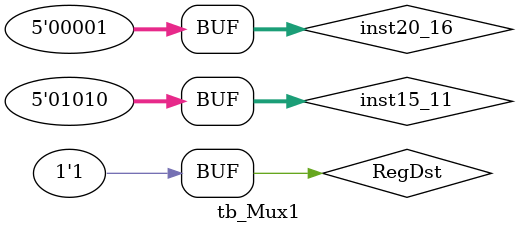
<source format=v>
module tb_Mux1;

	reg [4:0] inst20_16;
	reg [4:0] inst15_11;
	reg RegDst;
	
	wire [4:0] WriteReg;

Mux1 dut(.inst20_16(inst20_16), .inst15_11(inst15_11), .RegDst(RegDst), .WriteReg(WriteReg));

initial begin

#5 inst20_16=5'b00001;inst15_11=5'b01010;RegDst=0;
#5 inst20_16=5'b00001;inst15_11=5'b01010;RegDst=1;


end
endmodule

</source>
